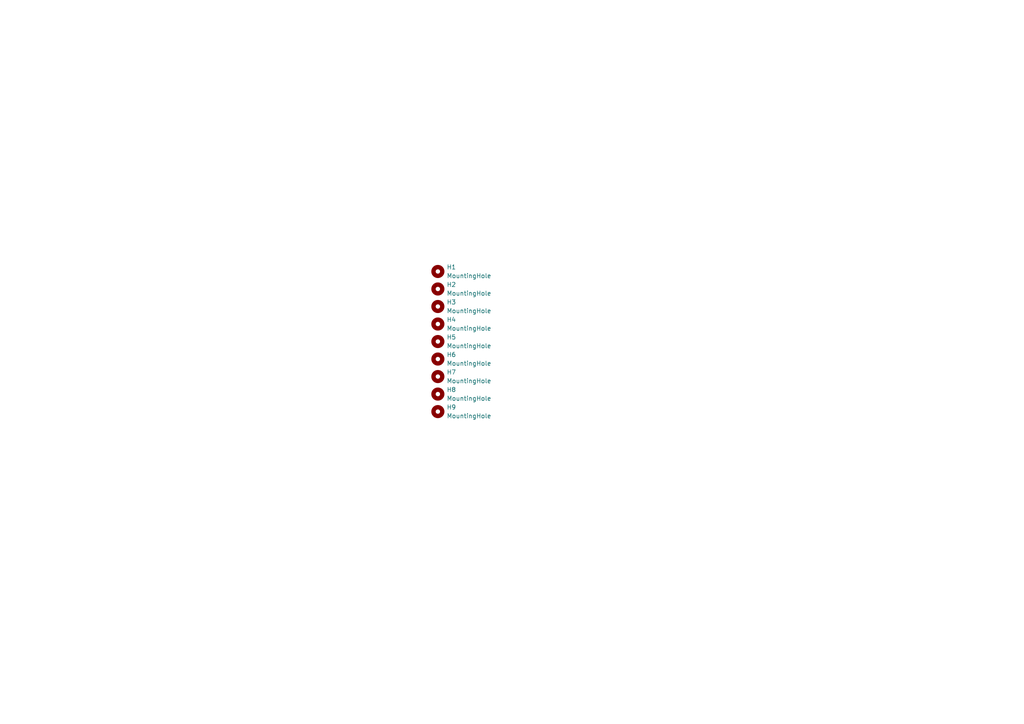
<source format=kicad_sch>
(kicad_sch (version 20250114) (generator "eeschema") (generator_version "9.0")
  (paper "A4")
  (lib_symbols
    (symbol "Mechanical:MountingHole" (pin_names (offset 1.016)) (in_bom no)
      (property "Reference" "H" (at 0 5.08 0))
      (property "Value" "MountingHole" (at 0 3.175 0))
      (symbol "MountingHole_0_1"
        (circle (center 0 0) (radius 1.27) (stroke (width 1.27)))
      )
    )
  )
  (symbol (lib_id "Mechanical:MountingHole") (at 127 99.06 0) (unit 1) (in_bom no)
    (property "Reference" "H5" (at 129.54 97.7899 0) (effects (justify left)))
    (property "Value" "MountingHole" (at 129.54 100.3299 0) (effects (justify left)))
    (property "Footprint" "MountingHole:MountingHole_2.7mm_M2.5" (effects (hide yes)))
    (property "Description" "Mounting Hole without connection" (effects (hide yes)))
  )
  (symbol (lib_id "Mechanical:MountingHole") (at 127 114.3 0) (unit 1) (in_bom no)
    (property "Reference" "H8" (at 129.54 113.0299 0) (effects (justify left)))
    (property "Value" "MountingHole" (at 129.54 115.5699 0) (effects (justify left)))
    (property "Footprint" "MountingHole:MountingHole_2.7mm_M2.5" (effects (hide yes)))
    (property "Description" "Mounting Hole without connection" (effects (hide yes)))
  )
  (symbol (lib_id "Mechanical:MountingHole") (at 127 83.82 0) (unit 1) (in_bom no)
    (property "Reference" "H2" (at 129.54 82.5499 0) (effects (justify left)))
    (property "Value" "MountingHole" (at 129.54 85.0899 0) (effects (justify left)))
    (property "Footprint" "MountingHole:MountingHole_2.7mm_M2.5" (effects (hide yes)))
    (property "Description" "Mounting Hole without connection" (effects (hide yes)))
  )
  (symbol (lib_id "Mechanical:MountingHole") (at 127 104.14 0) (unit 1) (in_bom no)
    (property "Reference" "H6" (at 129.54 102.8699 0) (effects (justify left)))
    (property "Value" "MountingHole" (at 129.54 105.4099 0) (effects (justify left)))
    (property "Footprint" "MountingHole:MountingHole_2.7mm_M2.5" (effects (hide yes)))
    (property "Description" "Mounting Hole without connection" (effects (hide yes)))
  )
  (symbol (lib_id "Mechanical:MountingHole") (at 127 93.98 0) (unit 1) (in_bom no)
    (property "Reference" "H4" (at 129.54 92.7099 0) (effects (justify left)))
    (property "Value" "MountingHole" (at 129.54 95.2499 0) (effects (justify left)))
    (property "Footprint" "MountingHole:MountingHole_2.7mm_M2.5" (effects (hide yes)))
    (property "Description" "Mounting Hole without connection" (effects (hide yes)))
  )
  (symbol (lib_id "Mechanical:MountingHole") (at 127 88.9 0) (unit 1) (in_bom no)
    (property "Reference" "H3" (at 129.54 87.6299 0) (effects (justify left)))
    (property "Value" "MountingHole" (at 129.54 90.1699 0) (effects (justify left)))
    (property "Footprint" "MountingHole:MountingHole_2.7mm_M2.5" (effects (hide yes)))
    (property "Description" "Mounting Hole without connection" (effects (hide yes)))
  )
  (symbol (lib_id "Mechanical:MountingHole") (at 127 119.38 0) (unit 1) (in_bom no)
    (property "Reference" "H9" (at 129.54 118.1099 0) (effects (justify left)))
    (property "Value" "MountingHole" (at 129.54 120.6499 0) (effects (justify left)))
    (property "Footprint" "MountingHole:MountingHole_2.7mm_M2.5" (effects (hide yes)))
    (property "Description" "Mounting Hole without connection" (effects (hide yes)))
  )
  (symbol (lib_id "Mechanical:MountingHole") (at 127 109.22 0) (unit 1) (in_bom no)
    (property "Reference" "H7" (at 129.54 107.9499 0) (effects (justify left)))
    (property "Value" "MountingHole" (at 129.54 110.4899 0) (effects (justify left)))
    (property "Footprint" "MountingHole:MountingHole_2.7mm_M2.5" (effects (hide yes)))
    (property "Description" "Mounting Hole without connection" (effects (hide yes)))
  )
  (symbol (lib_id "Mechanical:MountingHole") (at 127 78.74 0) (unit 1) (in_bom no)
    (property "Reference" "H1" (at 129.54 77.4699 0) (effects (justify left)))
    (property "Value" "MountingHole" (at 129.54 80.0099 0) (effects (justify left)))
    (property "Footprint" "MountingHole:MountingHole_2.7mm_M2.5" (effects (hide yes)))
    (property "Description" "Mounting Hole without connection" (effects (hide yes)))
  )
)
</source>
